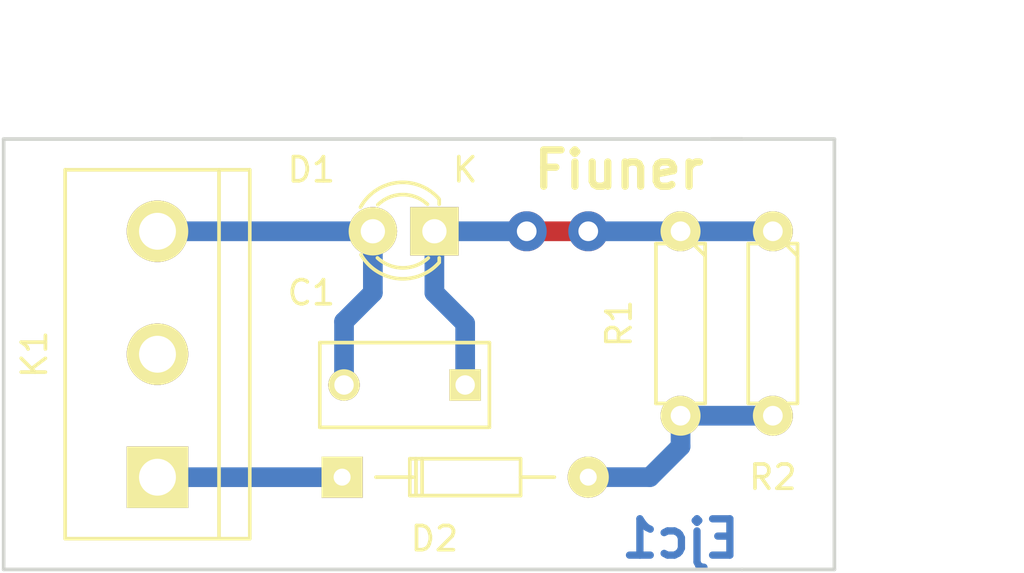
<source format=kicad_pcb>

(kicad_pcb
  (version 4)
  (host pcbnew 4.0.0-rc1-stable)
  (general
    (links 8)
    (no_connects 0)
    (area 143.434999 101.524999 177.875001 119.455001)
    (thickness 1.6)
    (drawings 12)
    (tracks 19)
    (zones 0)
    (modules 6)
    (nets 6))
  (page A4)
  (title_block
    (title Dia1_Ejercisio1)
    (date 2015-11-30)
    (rev 1.0)
    (company Prototipado))
  (layers
    (0 F.Cu signal)
    (31 B.Cu signal)
    (32 B.Adhes user)
    (33 F.Adhes user)
    (34 B.Paste user)
    (35 F.Paste user)
    (36 B.SilkS user)
    (37 F.SilkS user)
    (38 B.Mask user)
    (39 F.Mask user)
    (40 Dwgs.User user)
    (41 Cmts.User user)
    (42 Eco1.User user)
    (43 Eco2.User user)
    (44 Edge.Cuts user)
    (45 Margin user)
    (46 B.CrtYd user)
    (47 F.CrtYd user)
    (48 B.Fab user)
    (49 F.Fab user))
  (setup
    (last_trace_width 0.8128)
    (user_trace_width 0.8128)
    (trace_clearance 0.508)
    (zone_clearance 0.508)
    (zone_45_only no)
    (trace_min 0.8128)
    (segment_width 0.2)
    (edge_width 0.15)
    (via_size 1.651)
    (via_drill 0.8128)
    (via_min_size 1.651)
    (via_min_drill 0.8128)
    (user_via 1.651 0.8128)
    (uvia_size 1.651)
    (uvia_drill 0.8128)
    (uvias_allowed no)
    (uvia_min_size 1.651)
    (uvia_min_drill 0.8128)
    (pcb_text_width 0.3)
    (pcb_text_size 1.5 1.5)
    (mod_edge_width 0.15)
    (mod_text_size 1 1)
    (mod_text_width 0.15)
    (pad_size 1.524 1.524)
    (pad_drill 0.762)
    (pad_to_mask_clearance 0.2)
    (aux_axis_origin 0 0)
    (visible_elements 7FFEFFFF)
    (pcbplotparams
      (layerselection 0x00030_80000001)
      (usegerberextensions false)
      (excludeedgelayer true)
      (linewidth 0.1)
      (plotframeref false)
      (viasonmask false)
      (mode 1)
      (useauxorigin false)
      (hpglpennumber 1)
      (hpglpenspeed 20)
      (hpglpendiameter 15)
      (hpglpenoverlay 2)
      (psnegative false)
      (psa4output false)
      (plotreference true)
      (plotvalue true)
      (plotinvisibletext false)
      (padsonsilk false)
      (subtractmaskfromsilk false)
      (outputformat 1)
      (mirror false)
      (drillshape 1)
      (scaleselection 1)
      (outputdirectory "")))
  (net 0 "")
  (net 1 "Net-(C1-Pad1)")
  (net 2 "Net-(C1-Pad2)")
  (net 3 "Net-(D2-Pad2)")
  (net 4 "Net-(D2-Pad1)")
  (net 5 "Net-(K1-Pad2)")
  (net_class Default "This is the default net class."
    (clearance 0.508)
    (trace_width 0.8128)
    (via_dia 1.651)
    (via_drill 0.8128)
    (uvia_dia 1.651)
    (uvia_drill 0.8128)
    (add_net "Net-(C1-Pad1)")
    (add_net "Net-(C1-Pad2)")
    (add_net "Net-(D2-Pad1)")
    (add_net "Net-(D2-Pad2)")
    (add_net "Net-(K1-Pad2)"))
  (module ej1:C_Rect_L7_W3.5_P5
    (layer F.Cu)
    (tedit 565CA5DE)
    (tstamp 565C69C8)
    (at 162.56 111.76 180)
    (descr "Film Capacitor Length 7mm x Width 3.5mm, Pitch 5mm")
    (tags Capacitor)
    (path /565C5BB8)
    (fp_text reference C1
      (at 6.35 3.81 180)
      (layer F.SilkS)
      (effects
        (font
          (size 1 1)
          (thickness 0.15))))
    (fp_text value C
      (at 2.5 3 180)
      (layer F.Fab)
      (effects
        (font
          (size 1 1)
          (thickness 0.15))))
    (fp_line
      (start -1.25 -2)
      (end 6.25 -2)
      (layer F.CrtYd)
      (width 0.05))
    (fp_line
      (start 6.25 -2)
      (end 6.25 2)
      (layer F.CrtYd)
      (width 0.05))
    (fp_line
      (start 6.25 2)
      (end -1.25 2)
      (layer F.CrtYd)
      (width 0.05))
    (fp_line
      (start -1.25 2)
      (end -1.25 -2)
      (layer F.CrtYd)
      (width 0.05))
    (fp_line
      (start -1 -1.75)
      (end 6 -1.75)
      (layer F.SilkS)
      (width 0.15))
    (fp_line
      (start 6 -1.75)
      (end 6 1.75)
      (layer F.SilkS)
      (width 0.15))
    (fp_line
      (start 6 1.75)
      (end -1 1.75)
      (layer F.SilkS)
      (width 0.15))
    (fp_line
      (start -1 1.75)
      (end -1 -1.75)
      (layer F.SilkS)
      (width 0.15))
    (pad 1 thru_hole rect
      (at 0 0 180)
      (size 1.3 1.3)
      (drill 0.8)
      (layers *.Cu *.Mask F.SilkS)
      (net 1 "Net-(C1-Pad1)"))
    (pad 2 thru_hole circle
      (at 5 0 180)
      (size 1.3 1.3)
      (drill 0.8)
      (layers *.Cu *.Mask F.SilkS)
      (net 2 "Net-(C1-Pad2)"))
    (model C:/Users/G8/Documents/Curso_Kicad/RepoCursoKicad/Martina_Mauro/Ejercisio1/ej1.3dshapes/cnp_6mm_disc.wrl
      (at
        (xyz 0.1 0 0))
      (scale
        (xyz 1 1 1))
      (rotate
        (xyz 0 0 0))))
  (module ej1:LED-3MM
    (layer F.Cu)
    (tedit 565CA5F1)
    (tstamp 565C69CE)
    (at 161.29 105.41 180)
    (descr "LED 3mm round vertical")
    (tags "LED  3mm round vertical")
    (path /565C5C1F)
    (fp_text reference D1
      (at 5.08 2.54 180)
      (layer F.SilkS)
      (effects
        (font
          (size 1 1)
          (thickness 0.15))))
    (fp_text value LED
      (at 1.3 -2.9 180)
      (layer F.Fab)
      (effects
        (font
          (size 1 1)
          (thickness 0.15))))
    (fp_text user K
      (at -1.27 2.54 180)
      (layer F.SilkS)
      (effects
        (font
          (size 1 1)
          (thickness 0.15))))
    (fp_line
      (start -1.2 2.3)
      (end 3.8 2.3)
      (layer F.CrtYd)
      (width 0.05))
    (fp_line
      (start 3.8 2.3)
      (end 3.8 -2.2)
      (layer F.CrtYd)
      (width 0.05))
    (fp_line
      (start 3.8 -2.2)
      (end -1.2 -2.2)
      (layer F.CrtYd)
      (width 0.05))
    (fp_line
      (start -1.2 -2.2)
      (end -1.2 2.3)
      (layer F.CrtYd)
      (width 0.05))
    (fp_line
      (start -0.199 1.314)
      (end -0.199 1.114)
      (layer F.SilkS)
      (width 0.15))
    (fp_line
      (start -0.199 -1.28)
      (end -0.199 -1.1)
      (layer F.SilkS)
      (width 0.15))
    (fp_arc
      (start 1.301 0.034)
      (end -0.199 -1.286)
      (angle 108.5)
      (layer F.SilkS)
      (width 0.15))
    (fp_arc
      (start 1.301 0.034)
      (end 0.25 -1.1)
      (angle 85.7)
      (layer F.SilkS)
      (width 0.15))
    (fp_arc
      (start 1.311 0.034)
      (end 3.051 0.994)
      (angle 110)
      (layer F.SilkS)
      (width 0.15))
    (fp_arc
      (start 1.301 0.034)
      (end 2.335 1.094)
      (angle 87.5)
      (layer F.SilkS)
      (width 0.15))
    (pad 1 thru_hole rect
      (at 0 0 270)
      (size 2 2)
      (drill 1.00076)
      (layers *.Cu *.Mask F.SilkS)
      (net 1 "Net-(C1-Pad1)"))
    (pad 2 thru_hole circle
      (at 2.54 0 180)
      (size 2 2)
      (drill 1.00076)
      (layers *.Cu *.Mask F.SilkS)
      (net 2 "Net-(C1-Pad2)"))
    (model C:/Users/G8/Documents/Curso_Kicad/RepoCursoKicad/Martina_Mauro/Ejercisio1/ej1.3dshapes/LED-3MM.wrl
      (at
        (xyz 0.05 0 0))
      (scale
        (xyz 1 1 1))
      (rotate
        (xyz 0 0 90))))
  (module ej1:Diode_DO-35_SOD27_Horizontal_RM10
    (layer F.Cu)
    (tedit 565CA5E1)
    (tstamp 565C69D4)
    (at 157.48 115.57)
    (descr "Diode, DO-35,  SOD27, Horizontal, RM 10mm")
    (tags "Diode, DO-35, SOD27, Horizontal, RM 10mm, 1N4148,")
    (path /565C5CFD)
    (fp_text reference D2
      (at 3.81 2.54)
      (layer F.SilkS)
      (effects
        (font
          (size 1 1)
          (thickness 0.15))))
    (fp_text value D
      (at 4.41452 -3.55854)
      (layer F.Fab)
      (effects
        (font
          (size 1 1)
          (thickness 0.15))))
    (fp_line
      (start 7.36652 -0.00254)
      (end 8.76352 -0.00254)
      (layer F.SilkS)
      (width 0.15))
    (fp_line
      (start 2.92152 -0.00254)
      (end 1.39752 -0.00254)
      (layer F.SilkS)
      (width 0.15))
    (fp_line
      (start 3.30252 -0.76454)
      (end 3.30252 0.75946)
      (layer F.SilkS)
      (width 0.15))
    (fp_line
      (start 3.04852 -0.76454)
      (end 3.04852 0.75946)
      (layer F.SilkS)
      (width 0.15))
    (fp_line
      (start 2.79452 -0.00254)
      (end 2.79452 0.75946)
      (layer F.SilkS)
      (width 0.15))
    (fp_line
      (start 2.79452 0.75946)
      (end 7.36652 0.75946)
      (layer F.SilkS)
      (width 0.15))
    (fp_line
      (start 7.36652 0.75946)
      (end 7.36652 -0.76454)
      (layer F.SilkS)
      (width 0.15))
    (fp_line
      (start 7.36652 -0.76454)
      (end 2.79452 -0.76454)
      (layer F.SilkS)
      (width 0.15))
    (fp_line
      (start 2.79452 -0.76454)
      (end 2.79452 -0.00254)
      (layer F.SilkS)
      (width 0.15))
    (pad 2 thru_hole circle
      (at 10.16052 -0.00254 180)
      (size 1.69926 1.69926)
      (drill 0.70104)
      (layers *.Cu *.Mask F.SilkS)
      (net 3 "Net-(D2-Pad2)"))
    (pad 1 thru_hole rect
      (at 0.00052 -0.00254 180)
      (size 1.69926 1.69926)
      (drill 0.70104)
      (layers *.Cu *.Mask F.SilkS)
      (net 4 "Net-(D2-Pad1)"))
    (model C:/Users/G8/Documents/Curso_Kicad/RepoCursoKicad/Martina_Mauro/Ejercisio1/ej1.3dshapes/Diode_DO-35_SOD27_Horizontal_RM10.wrl
      (at
        (xyz 0.2 0 0))
      (scale
        (xyz 0.4 0.3 0.3))
      (rotate
        (xyz 0 0 180))))
  (module ej1:bornier3
    (layer F.Cu)
    (tedit 0)
    (tstamp 565C69DB)
    (at 149.86 110.49 90)
    (descr "Bornier d'alimentation 3 pins")
    (tags DEV)
    (path /565C5B43)
    (fp_text reference K1
      (at 0 -5.08 90)
      (layer F.SilkS)
      (effects
        (font
          (size 1 1)
          (thickness 0.15))))
    (fp_text value CONN_3
      (at 0 5.08 90)
      (layer F.Fab)
      (effects
        (font
          (size 1 1)
          (thickness 0.15))))
    (fp_line
      (start -7.62 3.81)
      (end -7.62 -3.81)
      (layer F.SilkS)
      (width 0.15))
    (fp_line
      (start 7.62 3.81)
      (end 7.62 -3.81)
      (layer F.SilkS)
      (width 0.15))
    (fp_line
      (start -7.62 2.54)
      (end 7.62 2.54)
      (layer F.SilkS)
      (width 0.15))
    (fp_line
      (start -7.62 -3.81)
      (end 7.62 -3.81)
      (layer F.SilkS)
      (width 0.15))
    (fp_line
      (start -7.62 3.81)
      (end 7.62 3.81)
      (layer F.SilkS)
      (width 0.15))
    (pad 1 thru_hole rect
      (at -5.08 0 90)
      (size 2.54 2.54)
      (drill 1.524)
      (layers *.Cu *.Mask F.SilkS)
      (net 4 "Net-(D2-Pad1)"))
    (pad 2 thru_hole circle
      (at 0 0 90)
      (size 2.54 2.54)
      (drill 1.524)
      (layers *.Cu *.Mask F.SilkS)
      (net 5 "Net-(K1-Pad2)"))
    (pad 3 thru_hole circle
      (at 5.08 0 90)
      (size 2.54 2.54)
      (drill 1.524)
      (layers *.Cu *.Mask F.SilkS)
      (net 2 "Net-(C1-Pad2)"))
    (model C:/Users/G8/Documents/Curso_Kicad/RepoCursoKicad/Martina_Mauro/Ejercisio1/ej1.3dshapes/bornier3.wrl
      (at
        (xyz 0 0 0))
      (scale
        (xyz 1 1 1))
      (rotate
        (xyz 0 0 0))))
  (module ej1:R3-LARGE_PADS
    (layer F.Cu)
    (tedit 565CA5CD)
    (tstamp 565C69E1)
    (at 171.45 109.22 270)
    (descr "Resitance 3 pas")
    (tags R)
    (path /565C5C94)
    (fp_text reference R1
      (at 0 2.54 270)
      (layer F.SilkS)
      (effects
        (font
          (size 1 1)
          (thickness 0.15))))
    (fp_text value 100K
      (at 0 0 270)
      (layer F.Fab)
      (effects
        (font
          (size 1 1)
          (thickness 0.15))))
    (fp_line
      (start -3.81 0)
      (end -3.302 0)
      (layer F.SilkS)
      (width 0.15))
    (fp_line
      (start 3.81 0)
      (end 3.302 0)
      (layer F.SilkS)
      (width 0.15))
    (fp_line
      (start 3.302 0)
      (end 3.302 -1.016)
      (layer F.SilkS)
      (width 0.15))
    (fp_line
      (start 3.302 -1.016)
      (end -3.302 -1.016)
      (layer F.SilkS)
      (width 0.15))
    (fp_line
      (start -3.302 -1.016)
      (end -3.302 1.016)
      (layer F.SilkS)
      (width 0.15))
    (fp_line
      (start -3.302 1.016)
      (end 3.302 1.016)
      (layer F.SilkS)
      (width 0.15))
    (fp_line
      (start 3.302 1.016)
      (end 3.302 0)
      (layer F.SilkS)
      (width 0.15))
    (fp_line
      (start -3.302 -0.508)
      (end -2.794 -1.016)
      (layer F.SilkS)
      (width 0.15))
    (pad 1 thru_hole circle
      (at -3.81 0 270)
      (size 1.651 1.651)
      (drill 0.8128)
      (layers *.Cu *.Mask F.SilkS)
      (net 1 "Net-(C1-Pad1)"))
    (pad 2 thru_hole circle
      (at 3.81 0 270)
      (size 1.651 1.651)
      (drill 0.8128)
      (layers *.Cu *.Mask F.SilkS)
      (net 3 "Net-(D2-Pad2)"))
    (model C:/Users/G8/Documents/Curso_Kicad/RepoCursoKicad/Martina_Mauro/Ejercisio1/ej1.3dshapes/R3-LARGE_PADS.wrl
      (at
        (xyz 0 0 0))
      (scale
        (xyz 0.3 0.3 0.3))
      (rotate
        (xyz 0 0 0))))
  (module ej1:R3-LARGE_PADS
    (layer F.Cu)
    (tedit 565CAAFE)
    (tstamp 565CAAF5)
    (at 175.26 109.22 270)
    (descr "Resitance 3 pas")
    (tags R)
    (path /565CA981)
    (fp_text reference R2
      (at 6.35 0 360)
      (layer F.SilkS)
      (effects
        (font
          (size 1 1)
          (thickness 0.15))))
    (fp_text value 200K
      (at 0 0 270)
      (layer F.Fab)
      (effects
        (font
          (size 1 1)
          (thickness 0.15))))
    (fp_line
      (start -3.81 0)
      (end -3.302 0)
      (layer F.SilkS)
      (width 0.15))
    (fp_line
      (start 3.81 0)
      (end 3.302 0)
      (layer F.SilkS)
      (width 0.15))
    (fp_line
      (start 3.302 0)
      (end 3.302 -1.016)
      (layer F.SilkS)
      (width 0.15))
    (fp_line
      (start 3.302 -1.016)
      (end -3.302 -1.016)
      (layer F.SilkS)
      (width 0.15))
    (fp_line
      (start -3.302 -1.016)
      (end -3.302 1.016)
      (layer F.SilkS)
      (width 0.15))
    (fp_line
      (start -3.302 1.016)
      (end 3.302 1.016)
      (layer F.SilkS)
      (width 0.15))
    (fp_line
      (start 3.302 1.016)
      (end 3.302 0)
      (layer F.SilkS)
      (width 0.15))
    (fp_line
      (start -3.302 -0.508)
      (end -2.794 -1.016)
      (layer F.SilkS)
      (width 0.15))
    (pad 1 thru_hole circle
      (at -3.81 0 270)
      (size 1.651 1.651)
      (drill 0.8128)
      (layers *.Cu *.Mask F.SilkS)
      (net 1 "Net-(C1-Pad1)"))
    (pad 2 thru_hole circle
      (at 3.81 0 270)
      (size 1.651 1.651)
      (drill 0.8128)
      (layers *.Cu *.Mask F.SilkS)
      (net 3 "Net-(D2-Pad2)"))
    (model C:/Users/G8/Documents/Curso_Kicad/RepoCursoKicad/Martina_Mauro/Ejercisio1/ej1.3dshapes/R3-LARGE_PADS.wrl
      (at
        (xyz 0 0 0))
      (scale
        (xyz 0.3 0.3 0.3))
      (rotate
        (xyz 0 0 0))))
  (dimension 17.78
    (width 0.3)
    (layer Dwgs.User)
    (gr_text 17,780mm
      (at 182.96 110.49 270)
      (layer Dwgs.User)
      (effects
        (font
          (size 1.5 1.5)
          (thickness 0.3))))
    (feature1
      (pts
        (xy 177.8 119.38)
        (xy 184.31 119.38)))
    (feature2
      (pts
        (xy 177.8 101.6)
        (xy 184.31 101.6)))
    (crossbar
      (pts
        (xy 181.61 101.6)
        (xy 181.61 119.38)))
    (arrow1a
      (pts
        (xy 181.61 119.38)
        (xy 181.023579 118.253496)))
    (arrow1b
      (pts
        (xy 181.61 119.38)
        (xy 182.196421 118.253496)))
    (arrow2a
      (pts
        (xy 181.61 101.6)
        (xy 181.023579 102.726504)))
    (arrow2b
      (pts
        (xy 181.61 101.6)
        (xy 182.196421 102.726504))))
  (dimension 34.29
    (width 0.3)
    (layer Dwgs.User)
    (gr_text 34,290mm
      (at 160.655 97.71)
      (layer Dwgs.User)
      (effects
        (font
          (size 1.5 1.5)
          (thickness 0.3))))
    (feature1
      (pts
        (xy 177.8 101.6)
        (xy 177.8 96.36)))
    (feature2
      (pts
        (xy 143.51 101.6)
        (xy 143.51 96.36)))
    (crossbar
      (pts
        (xy 143.51 99.06)
        (xy 177.8 99.06)))
    (arrow1a
      (pts
        (xy 177.8 99.06)
        (xy 176.673496 99.646421)))
    (arrow1b
      (pts
        (xy 177.8 99.06)
        (xy 176.673496 98.473579)))
    (arrow2a
      (pts
        (xy 143.51 99.06)
        (xy 144.636504 99.646421)))
    (arrow2b
      (pts
        (xy 143.51 99.06)
        (xy 144.636504 98.473579))))
  (dimension 17.78
    (width 0.3)
    (layer Dwgs.User)
    (gr_text 17,780mm
      (at 177.88 110.49 270)
      (layer Dwgs.User)
      (tstamp 565CAB15)
      (effects
        (font
          (size 1.5 1.5)
          (thickness 0.3))))
    (feature1
      (pts
        (xy 173.99 119.38)
        (xy 179.23 119.38)))
    (feature2
      (pts
        (xy 173.99 101.6)
        (xy 179.23 101.6)))
    (crossbar
      (pts
        (xy 176.53 101.6)
        (xy 176.53 119.38)))
    (arrow1a
      (pts
        (xy 176.53 119.38)
        (xy 175.943579 118.253496)))
    (arrow1b
      (pts
        (xy 176.53 119.38)
        (xy 177.116421 118.253496)))
    (arrow2a
      (pts
        (xy 176.53 101.6)
        (xy 175.943579 102.726504)))
    (arrow2b
      (pts
        (xy 176.53 101.6)
        (xy 177.116421 102.726504))))
  (gr_line
    (start 173.99 101.6)
    (end 172.72 101.6)
    (angle 90)
    (layer Edge.Cuts)
    (width 0.15))
  (gr_line
    (start 177.8 101.6)
    (end 173.99 101.6)
    (angle 90)
    (layer Edge.Cuts)
    (width 0.15))
  (gr_line
    (start 177.8 119.38)
    (end 177.8 101.6)
    (angle 90)
    (layer Edge.Cuts)
    (width 0.15))
  (gr_line
    (start 173.99 119.38)
    (end 177.8 119.38)
    (angle 90)
    (layer Edge.Cuts)
    (width 0.15))
  (gr_line
    (start 173.99 101.6)
    (end 143.51 101.6)
    (angle 90)
    (layer Edge.Cuts)
    (width 0.15))
  (gr_line
    (start 143.51 119.38)
    (end 173.99 119.38)
    (angle 90)
    (layer Edge.Cuts)
    (width 0.15))
  (gr_line
    (start 143.51 101.6)
    (end 143.51 119.38)
    (angle 90)
    (layer Edge.Cuts)
    (width 0.15))
  (gr_text "Fiuner\n"
    (at 168.91 102.87)
    (layer F.SilkS)
    (effects
      (font
        (size 1.5 1.5)
        (thickness 0.3))))
  (gr_text Ejc1
    (at 171.45 118.11)
    (layer B.Cu)
    (effects
      (font
        (size 1.5 1.5)
        (thickness 0.3))
      (justify mirror)))
  (segment
    (start 175.26 105.41)
    (end 171.45 105.41)
    (width 0.8128)
    (layer B.Cu)
    (net 1))
  (segment
    (start 161.29 105.41)
    (end 165.1 105.41)
    (width 0.8128)
    (layer B.Cu)
    (net 1))
  (segment
    (start 167.64 105.41)
    (end 171.45 105.41)
    (width 0.8128)
    (layer B.Cu)
    (net 1)
    (tstamp 565C7141))
  (segment
    (start 165.1 105.41)
    (end 167.64 105.41)
    (width 0.8128)
    (layer F.Cu)
    (net 1)
    (tstamp 565C713D))
  (segment
    (start 162.56 111.76)
    (end 162.56 109.22)
    (width 0.8128)
    (layer B.Cu)
    (net 1))
  (segment
    (start 161.29 107.95)
    (end 161.29 105.41)
    (width 0.8128)
    (layer B.Cu)
    (net 1)
    (tstamp 565C7064))
  (segment
    (start 162.56 109.22)
    (end 161.29 107.95)
    (width 0.8128)
    (layer B.Cu)
    (net 1)
    (tstamp 565C7060))
  (segment
    (start 157.56 111.76)
    (end 157.56 109.14)
    (width 0.8128)
    (layer B.Cu)
    (net 2))
  (segment
    (start 158.75 107.95)
    (end 158.75 105.41)
    (width 0.8128)
    (layer B.Cu)
    (net 2)
    (tstamp 565C70B6))
  (segment
    (start 157.56 109.14)
    (end 158.75 107.95)
    (width 0.8128)
    (layer B.Cu)
    (net 2)
    (tstamp 565C70B3))
  (segment
    (start 149.86 105.41)
    (end 158.75 105.41)
    (width 0.8128)
    (layer B.Cu)
    (net 2))
  (segment
    (start 175.26 113.03)
    (end 171.45 113.03)
    (width 0.8128)
    (layer B.Cu)
    (net 3))
  (segment
    (start 167.64052 115.56746)
    (end 170.18254 115.56746)
    (width 0.8128)
    (layer B.Cu)
    (net 3))
  (segment
    (start 171.45 114.3)
    (end 171.45 113.03)
    (width 0.8128)
    (layer B.Cu)
    (net 3)
    (tstamp 565C704F))
  (segment
    (start 170.18254 115.56746)
    (end 171.45 114.3)
    (width 0.8128)
    (layer B.Cu)
    (net 3)
    (tstamp 565C704A))
  (segment
    (start 149.86 115.57)
    (end 157.47798 115.57)
    (width 0.8128)
    (layer B.Cu)
    (net 4))
  (segment
    (start 157.47798 115.57)
    (end 157.48052 115.56746)
    (width 0.8128)
    (layer B.Cu)
    (net 4)
    (tstamp 565C7047))
  (via
    (at 167.64 105.41)
    (size 1.651)
    (drill 0.8128)
    (layers F.Cu B.Cu)
    (net 1))
  (via
    (at 165.1 105.41)
    (size 1.651)
    (drill 0.8128)
    (layers F.Cu B.Cu)
    (net 1)))
</source>
